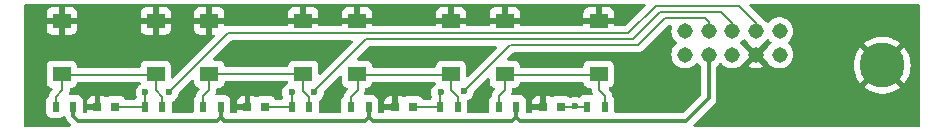
<source format=gbr>
%TF.GenerationSoftware,KiCad,Pcbnew,8.0.1-rc2*%
%TF.CreationDate,2025-04-22T16:56:50+02:00*%
%TF.ProjectId,feather_daughterboard,66656174-6865-4725-9f64-617567687465,1*%
%TF.SameCoordinates,Original*%
%TF.FileFunction,Copper,L1,Top*%
%TF.FilePolarity,Positive*%
%FSLAX46Y46*%
G04 Gerber Fmt 4.6, Leading zero omitted, Abs format (unit mm)*
G04 Created by KiCad (PCBNEW 8.0.1-rc2) date 2025-04-22 16:56:50*
%MOMM*%
%LPD*%
G01*
G04 APERTURE LIST*
%TA.AperFunction,SMDPad,CuDef*%
%ADD10R,0.600000X0.900000*%
%TD*%
%TA.AperFunction,SMDPad,CuDef*%
%ADD11R,1.550000X1.300000*%
%TD*%
%TA.AperFunction,ComponentPad*%
%ADD12C,1.308000*%
%TD*%
%TA.AperFunction,SMDPad,CuDef*%
%ADD13R,0.800000X0.800000*%
%TD*%
%TA.AperFunction,ComponentPad*%
%ADD14C,3.800000*%
%TD*%
%TA.AperFunction,ViaPad*%
%ADD15C,0.600000*%
%TD*%
%TA.AperFunction,Conductor*%
%ADD16C,0.300000*%
%TD*%
%TA.AperFunction,Conductor*%
%ADD17C,0.200000*%
%TD*%
G04 APERTURE END LIST*
D10*
%TO.P,R1_4,1*%
%TO.N,/Board/Button_4*%
X119050000Y-88000000D03*
%TO.P,R1_4,2*%
%TO.N,Net-(R1_4-Pad2)*%
X120550000Y-88000000D03*
%TD*%
%TO.P,R2_1,1*%
%TO.N,/Board/VCC*%
X150524100Y-88000000D03*
%TO.P,R2_1,2*%
%TO.N,Net-(R1_1-Pad2)*%
X149024100Y-88000000D03*
%TD*%
D11*
%TO.P,S4,1,1*%
%TO.N,Net-(R1_4-Pad2)*%
X119975000Y-85250000D03*
%TO.P,S4,2,2*%
%TO.N,/Board/GND*%
X119975000Y-80750000D03*
%TO.P,S4,3,3*%
%TO.N,Net-(R1_4-Pad2)*%
X112025000Y-85250000D03*
%TO.P,S4,4,4*%
%TO.N,/Board/GND*%
X112025000Y-80750000D03*
%TD*%
D10*
%TO.P,R2_2,1*%
%TO.N,/Board/VCC*%
X138000000Y-88000000D03*
%TO.P,R2_2,2*%
%TO.N,Net-(R1_2-Pad2)*%
X136500000Y-88000000D03*
%TD*%
%TO.P,R1_3,1*%
%TO.N,/Board/Button_3*%
X131500000Y-88000000D03*
%TO.P,R1_3,2*%
%TO.N,Net-(R1_3-Pad2)*%
X133000000Y-88000000D03*
%TD*%
D11*
%TO.P,S3,1,1*%
%TO.N,Net-(R1_3-Pad2)*%
X132475000Y-85250000D03*
%TO.P,S3,2,2*%
%TO.N,/Board/GND*%
X132475000Y-80750000D03*
%TO.P,S3,3,3*%
%TO.N,Net-(R1_3-Pad2)*%
X124525000Y-85250000D03*
%TO.P,S3,4,4*%
%TO.N,/Board/GND*%
X124525000Y-80750000D03*
%TD*%
%TO.P,S1,1,1*%
%TO.N,Net-(R1_1-Pad2)*%
X157475000Y-85250000D03*
%TO.P,S1,2,2*%
%TO.N,/Board/GND*%
X157475000Y-80750000D03*
%TO.P,S1,3,3*%
%TO.N,Net-(R1_1-Pad2)*%
X149525000Y-85250000D03*
%TO.P,S1,4,4*%
%TO.N,/Board/GND*%
X149525000Y-80750000D03*
%TD*%
D10*
%TO.P,R1_2,1*%
%TO.N,/Board/Button_2*%
X144050000Y-88000000D03*
%TO.P,R1_2,2*%
%TO.N,Net-(R1_2-Pad2)*%
X145550000Y-88000000D03*
%TD*%
%TO.P,R2_4,1*%
%TO.N,/Board/VCC*%
X113010000Y-88000000D03*
%TO.P,R2_4,2*%
%TO.N,Net-(R1_4-Pad2)*%
X111510000Y-88000000D03*
%TD*%
D12*
%TO.P,J1,1*%
%TO.N,unconnected-(J1-Pad1)*%
X172800000Y-81600000D03*
%TO.P,J1,2*%
%TO.N,unconnected-(J1-Pad2)*%
X172800000Y-83600000D03*
%TO.P,J1,3*%
%TO.N,/Board/Button_4*%
X170800000Y-81600000D03*
%TO.P,J1,4*%
%TO.N,/Board/GND*%
X170800000Y-83600000D03*
%TO.P,J1,5*%
%TO.N,/Board/Button_3*%
X168800000Y-81600000D03*
%TO.P,J1,6*%
%TO.N,/Board/Button_1*%
X168800000Y-83600000D03*
%TO.P,J1,7*%
%TO.N,/Board/Button_2*%
X166800000Y-81600000D03*
%TO.P,J1,8*%
%TO.N,/Board/VCC*%
X166800000Y-83600000D03*
%TO.P,J1,9*%
%TO.N,unconnected-(J1-Pad9)*%
X164800000Y-81600000D03*
%TO.P,J1,10*%
%TO.N,unconnected-(J1-Pad10)*%
X164800000Y-83600000D03*
%TD*%
D13*
%TO.P,C1_2,1*%
%TO.N,/Board/Button_2*%
X141750000Y-88000000D03*
%TO.P,C1_2,2*%
%TO.N,/Board/GND*%
X140250000Y-88000000D03*
%TD*%
D11*
%TO.P,S2,1,1*%
%TO.N,Net-(R1_2-Pad2)*%
X144975000Y-85250000D03*
%TO.P,S2,2,2*%
%TO.N,/Board/GND*%
X144975000Y-80750000D03*
%TO.P,S2,3,3*%
%TO.N,Net-(R1_2-Pad2)*%
X137025000Y-85250000D03*
%TO.P,S2,4,4*%
%TO.N,/Board/GND*%
X137025000Y-80750000D03*
%TD*%
D13*
%TO.P,C1_4,1*%
%TO.N,/Board/Button_4*%
X116550000Y-88000000D03*
%TO.P,C1_4,2*%
%TO.N,/Board/GND*%
X115050000Y-88000000D03*
%TD*%
%TO.P,C1_1,1*%
%TO.N,/Board/Button_1*%
X154274100Y-88000000D03*
%TO.P,C1_1,2*%
%TO.N,/Board/GND*%
X152774100Y-88000000D03*
%TD*%
D10*
%TO.P,R2_3,1*%
%TO.N,/Board/VCC*%
X125500000Y-88000000D03*
%TO.P,R2_3,2*%
%TO.N,Net-(R1_3-Pad2)*%
X124000000Y-88000000D03*
%TD*%
%TO.P,R1_1,1*%
%TO.N,/Board/Button_1*%
X156524100Y-88000000D03*
%TO.P,R1_1,2*%
%TO.N,Net-(R1_1-Pad2)*%
X158024100Y-88000000D03*
%TD*%
D14*
%TO.P,H2,1,1*%
%TO.N,/Board/GND*%
X181500000Y-84500000D03*
%TD*%
D13*
%TO.P,C1_3,1*%
%TO.N,/Board/Button_3*%
X129250000Y-88000000D03*
%TO.P,C1_3,2*%
%TO.N,/Board/GND*%
X127750000Y-88000000D03*
%TD*%
D15*
%TO.N,/Board/GND*%
X134600000Y-88200000D03*
X183900000Y-88800000D03*
X151624100Y-86900000D03*
X175800000Y-82800000D03*
X109900000Y-84400000D03*
X159300000Y-86900000D03*
X184000000Y-79900000D03*
X159300000Y-80300000D03*
X134600000Y-80700000D03*
X139100000Y-86900000D03*
X147500000Y-80300000D03*
X109900000Y-88400000D03*
X109900000Y-80700000D03*
X134600000Y-83400000D03*
X126600000Y-86900000D03*
X114000000Y-86900000D03*
X146600000Y-83300000D03*
X147300000Y-88200000D03*
X164700000Y-86300000D03*
X175800000Y-86800000D03*
X122300000Y-84300000D03*
X122300000Y-88200000D03*
X122300000Y-80700000D03*
%TO.N,/Board/Button_1*%
X155449100Y-87975100D03*
%TO.N,/Board/Button_2*%
X144100000Y-86800000D03*
X146100000Y-86700000D03*
%TO.N,/Board/Button_3*%
X131500000Y-86800000D03*
X133424265Y-86775735D03*
%TO.N,/Board/Button_4*%
X121100000Y-86800000D03*
X119100000Y-86800000D03*
%TD*%
D16*
%TO.N,/Board/Button_1*%
X155477800Y-87977800D02*
X155500000Y-88000000D01*
D17*
X155424200Y-88000000D02*
X156524100Y-88000000D01*
X154274100Y-88000000D02*
X155424200Y-88000000D01*
%TO.N,/Board/Button_2*%
X160800000Y-82800000D02*
X163100000Y-80500000D01*
X141750000Y-88000000D02*
X144050000Y-88000000D01*
X150075900Y-82800000D02*
X160800000Y-82800000D01*
X144050000Y-86850000D02*
X144050000Y-88000000D01*
X163100000Y-80500000D02*
X166450000Y-80500000D01*
X166450000Y-80500000D02*
X166800000Y-80850000D01*
X166800000Y-80850000D02*
X166800000Y-81600000D01*
X144100000Y-86800000D02*
X144050000Y-86850000D01*
X146000000Y-86800000D02*
X150000000Y-82800000D01*
%TO.N,/Board/Button_3*%
X131500000Y-86800000D02*
X131500000Y-88000000D01*
X168800000Y-80925000D02*
X168800000Y-81600000D01*
X137800000Y-82300000D02*
X160400000Y-82300000D01*
X160400000Y-82300000D02*
X162700000Y-80000000D01*
X133424265Y-86775735D02*
X133424265Y-86675735D01*
X167875000Y-80000000D02*
X168800000Y-80925000D01*
X133424265Y-86675735D02*
X137800000Y-82300000D01*
X162700000Y-80000000D02*
X167875000Y-80000000D01*
X129250000Y-88000000D02*
X131500000Y-88000000D01*
%TO.N,/Board/Button_4*%
X169400000Y-79500000D02*
X170800000Y-80900000D01*
X116550000Y-88000000D02*
X119050000Y-88000000D01*
X162300000Y-79500000D02*
X169400000Y-79500000D01*
X119050000Y-86850000D02*
X119050000Y-88000000D01*
X126098800Y-81800000D02*
X160000000Y-81800000D01*
X170800000Y-80900000D02*
X170800000Y-81600000D01*
X160000000Y-81800000D02*
X162300000Y-79500000D01*
X122149900Y-85748900D02*
X126098800Y-81800000D01*
X121100000Y-86800000D02*
X122149900Y-85750100D01*
X119100000Y-86800000D02*
X119050000Y-86850000D01*
D16*
%TO.N,/Board/VCC*%
X113010000Y-88810000D02*
X113400000Y-89200000D01*
X138340000Y-89200000D02*
X150179700Y-89200000D01*
X150179700Y-89200000D02*
X150501900Y-88877800D01*
X164900000Y-89200000D02*
X166800000Y-87300000D01*
X125500000Y-88900000D02*
X125800000Y-89200000D01*
X125500000Y-88900000D02*
X125200000Y-89200000D01*
X150824100Y-89200000D02*
X164900000Y-89200000D01*
X138000000Y-87960000D02*
X138000000Y-88860000D01*
X138000000Y-88860000D02*
X138340000Y-89200000D01*
X166800000Y-87300000D02*
X166800000Y-83600000D01*
X113910000Y-89200000D02*
X125200000Y-89200000D01*
X125500000Y-88000000D02*
X125500000Y-88900000D01*
X113010000Y-88000000D02*
X113010000Y-88810000D01*
X125800000Y-89200000D02*
X137660000Y-89200000D01*
X113400000Y-89200000D02*
X114400000Y-89200000D01*
X150501900Y-88877800D02*
X150824100Y-89200000D01*
X137660000Y-89200000D02*
X138000000Y-88860000D01*
X150524100Y-88000000D02*
X150524100Y-88855600D01*
D17*
%TO.N,Net-(R1_1-Pad2)*%
X158024100Y-87100000D02*
X157499100Y-86575000D01*
X149024100Y-88000000D02*
X149024100Y-87100000D01*
X157499100Y-86575000D02*
X157499100Y-85250000D01*
X158024100Y-88000000D02*
X158024100Y-87100000D01*
X149024100Y-87100000D02*
X149549100Y-86575000D01*
X149549100Y-86575000D02*
X149549100Y-85250000D01*
X157499100Y-85300000D02*
X149549100Y-85300000D01*
%TO.N,Net-(R1_2-Pad2)*%
X144975000Y-85300000D02*
X137025000Y-85300000D01*
X145550000Y-88000000D02*
X145550000Y-87150000D01*
X137075000Y-86625000D02*
X137075000Y-85250000D01*
X145550000Y-87150000D02*
X144975000Y-86575000D01*
X136500000Y-87200000D02*
X137075000Y-86625000D01*
X136500000Y-88000000D02*
X136500000Y-87200000D01*
X144975000Y-86575000D02*
X144975000Y-85250000D01*
%TO.N,Net-(R1_3-Pad2)*%
X133000000Y-87200000D02*
X132475000Y-86675000D01*
X124000000Y-88000000D02*
X124000000Y-87100000D01*
X124000000Y-87100000D02*
X124515000Y-86585000D01*
X124515000Y-86585000D02*
X124515000Y-85250000D01*
X133000000Y-88000000D02*
X133000000Y-87200000D01*
X132475000Y-86675000D02*
X132475000Y-85250000D01*
X132475000Y-85250000D02*
X124525000Y-85250000D01*
X124149900Y-85750100D02*
X124149900Y-85748900D01*
%TO.N,Net-(R1_4-Pad2)*%
X119975000Y-85300000D02*
X112025000Y-85300000D01*
X111510000Y-88000000D02*
X111510000Y-87190000D01*
X120550000Y-87150000D02*
X119975000Y-86575000D01*
X120550000Y-88000000D02*
X120550000Y-87150000D01*
X112085000Y-86615000D02*
X112085000Y-85250000D01*
X119975000Y-86575000D02*
X119975000Y-85250000D01*
X111510000Y-87190000D02*
X112085000Y-86615000D01*
%TD*%
%TA.AperFunction,Conductor*%
%TO.N,/Board/GND*%
G36*
X161417942Y-79320185D02*
G01*
X161463697Y-79372989D01*
X161473641Y-79442147D01*
X161444616Y-79505703D01*
X161438584Y-79512181D01*
X159787584Y-81163181D01*
X159726261Y-81196666D01*
X159699903Y-81199500D01*
X158874000Y-81199500D01*
X158806961Y-81179815D01*
X158761206Y-81127011D01*
X158750000Y-81075500D01*
X158750000Y-81000000D01*
X156200000Y-81000000D01*
X156200000Y-81075500D01*
X156180315Y-81142539D01*
X156127511Y-81188294D01*
X156076000Y-81199500D01*
X150924000Y-81199500D01*
X150856961Y-81179815D01*
X150811206Y-81127011D01*
X150800000Y-81075500D01*
X150800000Y-81000000D01*
X148250000Y-81000000D01*
X148250000Y-81075500D01*
X148230315Y-81142539D01*
X148177511Y-81188294D01*
X148126000Y-81199500D01*
X146374000Y-81199500D01*
X146306961Y-81179815D01*
X146261206Y-81127011D01*
X146250000Y-81075500D01*
X146250000Y-81000000D01*
X143700000Y-81000000D01*
X143700000Y-81075500D01*
X143680315Y-81142539D01*
X143627511Y-81188294D01*
X143576000Y-81199500D01*
X138424000Y-81199500D01*
X138356961Y-81179815D01*
X138311206Y-81127011D01*
X138300000Y-81075500D01*
X138300000Y-81000000D01*
X135750000Y-81000000D01*
X135750000Y-81075500D01*
X135730315Y-81142539D01*
X135677511Y-81188294D01*
X135626000Y-81199500D01*
X133874000Y-81199500D01*
X133806961Y-81179815D01*
X133761206Y-81127011D01*
X133750000Y-81075500D01*
X133750000Y-81000000D01*
X131200000Y-81000000D01*
X131200000Y-81075500D01*
X131180315Y-81142539D01*
X131127511Y-81188294D01*
X131076000Y-81199500D01*
X126185469Y-81199500D01*
X126185453Y-81199499D01*
X126177857Y-81199499D01*
X126019743Y-81199499D01*
X125956093Y-81216554D01*
X125886243Y-81214891D01*
X125828381Y-81175728D01*
X125800877Y-81111500D01*
X125800000Y-81096779D01*
X125800000Y-81000000D01*
X124775000Y-81000000D01*
X124775000Y-81900000D01*
X124850202Y-81900000D01*
X124917241Y-81919685D01*
X124962996Y-81972489D01*
X124972940Y-82041647D01*
X124943915Y-82105203D01*
X124937883Y-82111681D01*
X121668240Y-85381323D01*
X121659677Y-85391086D01*
X121462180Y-85588584D01*
X121400857Y-85622069D01*
X121331166Y-85617085D01*
X121275232Y-85575214D01*
X121250815Y-85509749D01*
X121250499Y-85500903D01*
X121250499Y-84552129D01*
X121250498Y-84552123D01*
X121250497Y-84552116D01*
X121244091Y-84492517D01*
X121202540Y-84381114D01*
X121193797Y-84357671D01*
X121193793Y-84357664D01*
X121107547Y-84242455D01*
X121107544Y-84242452D01*
X120992335Y-84156206D01*
X120992328Y-84156202D01*
X120857482Y-84105908D01*
X120857483Y-84105908D01*
X120797883Y-84099501D01*
X120797881Y-84099500D01*
X120797873Y-84099500D01*
X120797864Y-84099500D01*
X119152129Y-84099500D01*
X119152123Y-84099501D01*
X119092516Y-84105908D01*
X118957671Y-84156202D01*
X118957664Y-84156206D01*
X118842455Y-84242452D01*
X118842452Y-84242455D01*
X118756206Y-84357664D01*
X118756202Y-84357671D01*
X118705908Y-84492517D01*
X118699501Y-84552116D01*
X118699501Y-84552123D01*
X118699500Y-84552135D01*
X118699500Y-84575500D01*
X118679815Y-84642539D01*
X118627011Y-84688294D01*
X118575500Y-84699500D01*
X113424499Y-84699500D01*
X113357460Y-84679815D01*
X113311705Y-84627011D01*
X113300499Y-84575500D01*
X113300499Y-84552129D01*
X113300498Y-84552123D01*
X113300497Y-84552116D01*
X113294091Y-84492517D01*
X113252540Y-84381114D01*
X113243797Y-84357671D01*
X113243793Y-84357664D01*
X113157547Y-84242455D01*
X113157544Y-84242452D01*
X113042335Y-84156206D01*
X113042328Y-84156202D01*
X112907482Y-84105908D01*
X112907483Y-84105908D01*
X112847883Y-84099501D01*
X112847881Y-84099500D01*
X112847873Y-84099500D01*
X112847864Y-84099500D01*
X111202129Y-84099500D01*
X111202123Y-84099501D01*
X111142516Y-84105908D01*
X111007671Y-84156202D01*
X111007664Y-84156206D01*
X110892455Y-84242452D01*
X110892452Y-84242455D01*
X110806206Y-84357664D01*
X110806202Y-84357671D01*
X110755908Y-84492517D01*
X110749501Y-84552116D01*
X110749501Y-84552123D01*
X110749500Y-84552135D01*
X110749500Y-85947870D01*
X110749501Y-85947876D01*
X110755908Y-86007483D01*
X110806202Y-86142328D01*
X110806206Y-86142335D01*
X110892452Y-86257544D01*
X110892455Y-86257547D01*
X111007664Y-86343793D01*
X111007671Y-86343797D01*
X111142514Y-86394090D01*
X111142517Y-86394091D01*
X111168484Y-86396882D01*
X111233032Y-86423617D01*
X111272882Y-86481008D01*
X111275378Y-86550834D01*
X111242911Y-86607852D01*
X111141285Y-86709478D01*
X111141284Y-86709479D01*
X111134218Y-86716546D01*
X111134217Y-86716546D01*
X111134214Y-86716548D01*
X111134215Y-86716549D01*
X111029478Y-86821286D01*
X110996571Y-86878284D01*
X110984035Y-86899999D01*
X110980118Y-86906783D01*
X110980116Y-86906785D01*
X110950425Y-86958209D01*
X110950423Y-86958213D01*
X110950423Y-86958215D01*
X110912565Y-87099500D01*
X110907599Y-87118034D01*
X110871233Y-87177694D01*
X110862138Y-87185204D01*
X110852456Y-87192451D01*
X110852451Y-87192457D01*
X110766206Y-87307664D01*
X110766202Y-87307671D01*
X110715908Y-87442517D01*
X110711730Y-87481382D01*
X110709501Y-87502123D01*
X110709500Y-87502135D01*
X110709500Y-88497870D01*
X110709501Y-88497876D01*
X110715908Y-88557483D01*
X110766202Y-88692328D01*
X110766206Y-88692335D01*
X110852452Y-88807544D01*
X110852455Y-88807547D01*
X110967664Y-88893793D01*
X110967671Y-88893797D01*
X111012618Y-88910561D01*
X111102517Y-88944091D01*
X111162127Y-88950500D01*
X111857872Y-88950499D01*
X111917483Y-88944091D01*
X112052331Y-88893796D01*
X112165569Y-88809025D01*
X112231030Y-88784609D01*
X112299303Y-88799460D01*
X112348709Y-88848865D01*
X112361495Y-88884101D01*
X112377402Y-88964067D01*
X112384498Y-88999739D01*
X112384500Y-88999746D01*
X112433534Y-89118125D01*
X112504726Y-89224673D01*
X112504727Y-89224674D01*
X112767873Y-89487819D01*
X112801358Y-89549142D01*
X112796374Y-89618833D01*
X112754503Y-89674767D01*
X112689038Y-89699184D01*
X112680192Y-89699500D01*
X108924500Y-89699500D01*
X108857461Y-89679815D01*
X108811706Y-89627011D01*
X108800500Y-89575500D01*
X108800500Y-81000000D01*
X110750000Y-81000000D01*
X110750000Y-81447844D01*
X110756401Y-81507372D01*
X110756403Y-81507379D01*
X110806645Y-81642086D01*
X110806649Y-81642093D01*
X110892809Y-81757187D01*
X110892812Y-81757190D01*
X111007906Y-81843350D01*
X111007913Y-81843354D01*
X111142620Y-81893596D01*
X111142627Y-81893598D01*
X111202155Y-81899999D01*
X111202172Y-81900000D01*
X111775000Y-81900000D01*
X111775000Y-81000000D01*
X112275000Y-81000000D01*
X112275000Y-81900000D01*
X112847828Y-81900000D01*
X112847844Y-81899999D01*
X112907372Y-81893598D01*
X112907379Y-81893596D01*
X113042086Y-81843354D01*
X113042093Y-81843350D01*
X113157187Y-81757190D01*
X113157190Y-81757187D01*
X113243350Y-81642093D01*
X113243354Y-81642086D01*
X113293596Y-81507379D01*
X113293598Y-81507372D01*
X113299999Y-81447844D01*
X113300000Y-81447827D01*
X113300000Y-81000000D01*
X118700000Y-81000000D01*
X118700000Y-81447844D01*
X118706401Y-81507372D01*
X118706403Y-81507379D01*
X118756645Y-81642086D01*
X118756649Y-81642093D01*
X118842809Y-81757187D01*
X118842812Y-81757190D01*
X118957906Y-81843350D01*
X118957913Y-81843354D01*
X119092620Y-81893596D01*
X119092627Y-81893598D01*
X119152155Y-81899999D01*
X119152172Y-81900000D01*
X119725000Y-81900000D01*
X119725000Y-81000000D01*
X120225000Y-81000000D01*
X120225000Y-81900000D01*
X120797828Y-81900000D01*
X120797844Y-81899999D01*
X120857372Y-81893598D01*
X120857379Y-81893596D01*
X120992086Y-81843354D01*
X120992093Y-81843350D01*
X121107187Y-81757190D01*
X121107190Y-81757187D01*
X121193350Y-81642093D01*
X121193354Y-81642086D01*
X121243596Y-81507379D01*
X121243598Y-81507372D01*
X121249999Y-81447844D01*
X121250000Y-81447827D01*
X121250000Y-81000000D01*
X123250000Y-81000000D01*
X123250000Y-81447844D01*
X123256401Y-81507372D01*
X123256403Y-81507379D01*
X123306645Y-81642086D01*
X123306649Y-81642093D01*
X123392809Y-81757187D01*
X123392812Y-81757190D01*
X123507906Y-81843350D01*
X123507913Y-81843354D01*
X123642620Y-81893596D01*
X123642627Y-81893598D01*
X123702155Y-81899999D01*
X123702172Y-81900000D01*
X124275000Y-81900000D01*
X124275000Y-81000000D01*
X123250000Y-81000000D01*
X121250000Y-81000000D01*
X120225000Y-81000000D01*
X119725000Y-81000000D01*
X118700000Y-81000000D01*
X113300000Y-81000000D01*
X112275000Y-81000000D01*
X111775000Y-81000000D01*
X110750000Y-81000000D01*
X108800500Y-81000000D01*
X108800500Y-80500000D01*
X110750000Y-80500000D01*
X111775000Y-80500000D01*
X111775000Y-79600000D01*
X112275000Y-79600000D01*
X112275000Y-80500000D01*
X113300000Y-80500000D01*
X118700000Y-80500000D01*
X119725000Y-80500000D01*
X119725000Y-79600000D01*
X120225000Y-79600000D01*
X120225000Y-80500000D01*
X121250000Y-80500000D01*
X123250000Y-80500000D01*
X124275000Y-80500000D01*
X124275000Y-79600000D01*
X124775000Y-79600000D01*
X124775000Y-80500000D01*
X125800000Y-80500000D01*
X131200000Y-80500000D01*
X132225000Y-80500000D01*
X132225000Y-79600000D01*
X132725000Y-79600000D01*
X132725000Y-80500000D01*
X133750000Y-80500000D01*
X135750000Y-80500000D01*
X136775000Y-80500000D01*
X136775000Y-79600000D01*
X137275000Y-79600000D01*
X137275000Y-80500000D01*
X138300000Y-80500000D01*
X143700000Y-80500000D01*
X144725000Y-80500000D01*
X144725000Y-79600000D01*
X145225000Y-79600000D01*
X145225000Y-80500000D01*
X146250000Y-80500000D01*
X148250000Y-80500000D01*
X149275000Y-80500000D01*
X149275000Y-79600000D01*
X149775000Y-79600000D01*
X149775000Y-80500000D01*
X150800000Y-80500000D01*
X156200000Y-80500000D01*
X157225000Y-80500000D01*
X157225000Y-79600000D01*
X157725000Y-79600000D01*
X157725000Y-80500000D01*
X158750000Y-80500000D01*
X158750000Y-80052172D01*
X158749999Y-80052155D01*
X158743598Y-79992627D01*
X158743596Y-79992620D01*
X158693354Y-79857913D01*
X158693350Y-79857906D01*
X158607190Y-79742812D01*
X158607187Y-79742809D01*
X158492093Y-79656649D01*
X158492086Y-79656645D01*
X158357379Y-79606403D01*
X158357372Y-79606401D01*
X158297844Y-79600000D01*
X157725000Y-79600000D01*
X157225000Y-79600000D01*
X156652155Y-79600000D01*
X156592627Y-79606401D01*
X156592620Y-79606403D01*
X156457913Y-79656645D01*
X156457906Y-79656649D01*
X156342812Y-79742809D01*
X156342809Y-79742812D01*
X156256649Y-79857906D01*
X156256645Y-79857913D01*
X156206403Y-79992620D01*
X156206401Y-79992627D01*
X156200000Y-80052155D01*
X156200000Y-80500000D01*
X150800000Y-80500000D01*
X150800000Y-80052172D01*
X150799999Y-80052155D01*
X150793598Y-79992627D01*
X150793596Y-79992620D01*
X150743354Y-79857913D01*
X150743350Y-79857906D01*
X150657190Y-79742812D01*
X150657187Y-79742809D01*
X150542093Y-79656649D01*
X150542086Y-79656645D01*
X150407379Y-79606403D01*
X150407372Y-79606401D01*
X150347844Y-79600000D01*
X149775000Y-79600000D01*
X149275000Y-79600000D01*
X148702155Y-79600000D01*
X148642627Y-79606401D01*
X148642620Y-79606403D01*
X148507913Y-79656645D01*
X148507906Y-79656649D01*
X148392812Y-79742809D01*
X148392809Y-79742812D01*
X148306649Y-79857906D01*
X148306645Y-79857913D01*
X148256403Y-79992620D01*
X148256401Y-79992627D01*
X148250000Y-80052155D01*
X148250000Y-80500000D01*
X146250000Y-80500000D01*
X146250000Y-80052172D01*
X146249999Y-80052155D01*
X146243598Y-79992627D01*
X146243596Y-79992620D01*
X146193354Y-79857913D01*
X146193350Y-79857906D01*
X146107190Y-79742812D01*
X146107187Y-79742809D01*
X145992093Y-79656649D01*
X145992086Y-79656645D01*
X145857379Y-79606403D01*
X145857372Y-79606401D01*
X145797844Y-79600000D01*
X145225000Y-79600000D01*
X144725000Y-79600000D01*
X144152155Y-79600000D01*
X144092627Y-79606401D01*
X144092620Y-79606403D01*
X143957913Y-79656645D01*
X143957906Y-79656649D01*
X143842812Y-79742809D01*
X143842809Y-79742812D01*
X143756649Y-79857906D01*
X143756645Y-79857913D01*
X143706403Y-79992620D01*
X143706401Y-79992627D01*
X143700000Y-80052155D01*
X143700000Y-80500000D01*
X138300000Y-80500000D01*
X138300000Y-80052172D01*
X138299999Y-80052155D01*
X138293598Y-79992627D01*
X138293596Y-79992620D01*
X138243354Y-79857913D01*
X138243350Y-79857906D01*
X138157190Y-79742812D01*
X138157187Y-79742809D01*
X138042093Y-79656649D01*
X138042086Y-79656645D01*
X137907379Y-79606403D01*
X137907372Y-79606401D01*
X137847844Y-79600000D01*
X137275000Y-79600000D01*
X136775000Y-79600000D01*
X136202155Y-79600000D01*
X136142627Y-79606401D01*
X136142620Y-79606403D01*
X136007913Y-79656645D01*
X136007906Y-79656649D01*
X135892812Y-79742809D01*
X135892809Y-79742812D01*
X135806649Y-79857906D01*
X135806645Y-79857913D01*
X135756403Y-79992620D01*
X135756401Y-79992627D01*
X135750000Y-80052155D01*
X135750000Y-80500000D01*
X133750000Y-80500000D01*
X133750000Y-80052172D01*
X133749999Y-80052155D01*
X133743598Y-79992627D01*
X133743596Y-79992620D01*
X133693354Y-79857913D01*
X133693350Y-79857906D01*
X133607190Y-79742812D01*
X133607187Y-79742809D01*
X133492093Y-79656649D01*
X133492086Y-79656645D01*
X133357379Y-79606403D01*
X133357372Y-79606401D01*
X133297844Y-79600000D01*
X132725000Y-79600000D01*
X132225000Y-79600000D01*
X131652155Y-79600000D01*
X131592627Y-79606401D01*
X131592620Y-79606403D01*
X131457913Y-79656645D01*
X131457906Y-79656649D01*
X131342812Y-79742809D01*
X131342809Y-79742812D01*
X131256649Y-79857906D01*
X131256645Y-79857913D01*
X131206403Y-79992620D01*
X131206401Y-79992627D01*
X131200000Y-80052155D01*
X131200000Y-80500000D01*
X125800000Y-80500000D01*
X125800000Y-80052172D01*
X125799999Y-80052155D01*
X125793598Y-79992627D01*
X125793596Y-79992620D01*
X125743354Y-79857913D01*
X125743350Y-79857906D01*
X125657190Y-79742812D01*
X125657187Y-79742809D01*
X125542093Y-79656649D01*
X125542086Y-79656645D01*
X125407379Y-79606403D01*
X125407372Y-79606401D01*
X125347844Y-79600000D01*
X124775000Y-79600000D01*
X124275000Y-79600000D01*
X123702155Y-79600000D01*
X123642627Y-79606401D01*
X123642620Y-79606403D01*
X123507913Y-79656645D01*
X123507906Y-79656649D01*
X123392812Y-79742809D01*
X123392809Y-79742812D01*
X123306649Y-79857906D01*
X123306645Y-79857913D01*
X123256403Y-79992620D01*
X123256401Y-79992627D01*
X123250000Y-80052155D01*
X123250000Y-80500000D01*
X121250000Y-80500000D01*
X121250000Y-80052172D01*
X121249999Y-80052155D01*
X121243598Y-79992627D01*
X121243596Y-79992620D01*
X121193354Y-79857913D01*
X121193350Y-79857906D01*
X121107190Y-79742812D01*
X121107187Y-79742809D01*
X120992093Y-79656649D01*
X120992086Y-79656645D01*
X120857379Y-79606403D01*
X120857372Y-79606401D01*
X120797844Y-79600000D01*
X120225000Y-79600000D01*
X119725000Y-79600000D01*
X119152155Y-79600000D01*
X119092627Y-79606401D01*
X119092620Y-79606403D01*
X118957913Y-79656645D01*
X118957906Y-79656649D01*
X118842812Y-79742809D01*
X118842809Y-79742812D01*
X118756649Y-79857906D01*
X118756645Y-79857913D01*
X118706403Y-79992620D01*
X118706401Y-79992627D01*
X118700000Y-80052155D01*
X118700000Y-80500000D01*
X113300000Y-80500000D01*
X113300000Y-80052172D01*
X113299999Y-80052155D01*
X113293598Y-79992627D01*
X113293596Y-79992620D01*
X113243354Y-79857913D01*
X113243350Y-79857906D01*
X113157190Y-79742812D01*
X113157187Y-79742809D01*
X113042093Y-79656649D01*
X113042086Y-79656645D01*
X112907379Y-79606403D01*
X112907372Y-79606401D01*
X112847844Y-79600000D01*
X112275000Y-79600000D01*
X111775000Y-79600000D01*
X111202155Y-79600000D01*
X111142627Y-79606401D01*
X111142620Y-79606403D01*
X111007913Y-79656645D01*
X111007906Y-79656649D01*
X110892812Y-79742809D01*
X110892809Y-79742812D01*
X110806649Y-79857906D01*
X110806645Y-79857913D01*
X110756403Y-79992620D01*
X110756401Y-79992627D01*
X110750000Y-80052155D01*
X110750000Y-80500000D01*
X108800500Y-80500000D01*
X108800500Y-79424500D01*
X108820185Y-79357461D01*
X108872989Y-79311706D01*
X108924500Y-79300500D01*
X161350903Y-79300500D01*
X161417942Y-79320185D01*
G37*
%TD.AperFunction*%
%TA.AperFunction,Conductor*%
G36*
X184642539Y-79320185D02*
G01*
X184688294Y-79372989D01*
X184699500Y-79424500D01*
X184699500Y-89575500D01*
X184679815Y-89642539D01*
X184627011Y-89688294D01*
X184575500Y-89699500D01*
X165619808Y-89699500D01*
X165552769Y-89679815D01*
X165507014Y-89627011D01*
X165497070Y-89557853D01*
X165526095Y-89494297D01*
X165532127Y-89487819D01*
X167305273Y-87714673D01*
X167305277Y-87714669D01*
X167376465Y-87608127D01*
X167387901Y-87580519D01*
X167425501Y-87489744D01*
X167434895Y-87442517D01*
X167450500Y-87364071D01*
X167450500Y-84623418D01*
X167470185Y-84556379D01*
X167494967Y-84529649D01*
X167494485Y-84529121D01*
X167656839Y-84381116D01*
X167656842Y-84381113D01*
X167701046Y-84322576D01*
X167757155Y-84280941D01*
X167826867Y-84276250D01*
X167888049Y-84309992D01*
X167898952Y-84322575D01*
X167943159Y-84381114D01*
X168101278Y-84525258D01*
X168101283Y-84525261D01*
X168101286Y-84525263D01*
X168283186Y-84637891D01*
X168283187Y-84637891D01*
X168283190Y-84637893D01*
X168482703Y-84715185D01*
X168693020Y-84754500D01*
X168693022Y-84754500D01*
X168906978Y-84754500D01*
X168906980Y-84754500D01*
X169117297Y-84715185D01*
X169316810Y-84637893D01*
X169498722Y-84525258D01*
X169656841Y-84381114D01*
X169738507Y-84272970D01*
X169794613Y-84231336D01*
X169818521Y-84227924D01*
X170400000Y-83646445D01*
X170400000Y-83652661D01*
X170427259Y-83754394D01*
X170479920Y-83845606D01*
X170554394Y-83920080D01*
X170645606Y-83972741D01*
X170747339Y-84000000D01*
X170753553Y-84000000D01*
X170180086Y-84573465D01*
X170283413Y-84637443D01*
X170283414Y-84637444D01*
X170482837Y-84714700D01*
X170693068Y-84754000D01*
X170906932Y-84754000D01*
X171117162Y-84714700D01*
X171316585Y-84637444D01*
X171316589Y-84637442D01*
X171419911Y-84573466D01*
X171419911Y-84573465D01*
X170846448Y-84000000D01*
X170852661Y-84000000D01*
X170954394Y-83972741D01*
X171045606Y-83920080D01*
X171120080Y-83845606D01*
X171172741Y-83754394D01*
X171200000Y-83652661D01*
X171200000Y-83646446D01*
X171784194Y-84230640D01*
X171822197Y-84238992D01*
X171861493Y-84272971D01*
X171943159Y-84381114D01*
X172101278Y-84525258D01*
X172101283Y-84525261D01*
X172101286Y-84525263D01*
X172283186Y-84637891D01*
X172283187Y-84637891D01*
X172283190Y-84637893D01*
X172482703Y-84715185D01*
X172693020Y-84754500D01*
X172693022Y-84754500D01*
X172906978Y-84754500D01*
X172906980Y-84754500D01*
X173117297Y-84715185D01*
X173316810Y-84637893D01*
X173498722Y-84525258D01*
X173526423Y-84500005D01*
X179095255Y-84500005D01*
X179114215Y-84801383D01*
X179114216Y-84801390D01*
X179170805Y-85098040D01*
X179264125Y-85385247D01*
X179264127Y-85385252D01*
X179392704Y-85658491D01*
X179392707Y-85658497D01*
X179554516Y-85913469D01*
X179635311Y-86011133D01*
X180563708Y-85082736D01*
X180660967Y-85216602D01*
X180783398Y-85339033D01*
X180917262Y-85436290D01*
X179986564Y-86366987D01*
X179986565Y-86366989D01*
X180211461Y-86530385D01*
X180211479Y-86530397D01*
X180476109Y-86675878D01*
X180476117Y-86675882D01*
X180756889Y-86787047D01*
X180756892Y-86787048D01*
X181049399Y-86862150D01*
X181348995Y-86899999D01*
X181349007Y-86900000D01*
X181650993Y-86900000D01*
X181651004Y-86899999D01*
X181950600Y-86862150D01*
X182243107Y-86787048D01*
X182243110Y-86787047D01*
X182523882Y-86675882D01*
X182523890Y-86675878D01*
X182788520Y-86530397D01*
X182788530Y-86530390D01*
X183013433Y-86366987D01*
X183013434Y-86366987D01*
X182082737Y-85436290D01*
X182216602Y-85339033D01*
X182339033Y-85216602D01*
X182436290Y-85082737D01*
X183364687Y-86011134D01*
X183445486Y-85913464D01*
X183607292Y-85658497D01*
X183607295Y-85658491D01*
X183735872Y-85385252D01*
X183735874Y-85385247D01*
X183829194Y-85098040D01*
X183885783Y-84801390D01*
X183885784Y-84801383D01*
X183904745Y-84500005D01*
X183904745Y-84499994D01*
X183885784Y-84198616D01*
X183885783Y-84198609D01*
X183829194Y-83901959D01*
X183735874Y-83614752D01*
X183735872Y-83614747D01*
X183607295Y-83341508D01*
X183607292Y-83341502D01*
X183445483Y-83086530D01*
X183364686Y-82988864D01*
X182436289Y-83917261D01*
X182339033Y-83783398D01*
X182216602Y-83660967D01*
X182082736Y-83563709D01*
X183013434Y-82633011D01*
X183013433Y-82633009D01*
X182788538Y-82469614D01*
X182788520Y-82469602D01*
X182523890Y-82324121D01*
X182523882Y-82324117D01*
X182243110Y-82212952D01*
X182243107Y-82212951D01*
X181950600Y-82137849D01*
X181651004Y-82100000D01*
X181348995Y-82100000D01*
X181049399Y-82137849D01*
X180756892Y-82212951D01*
X180756889Y-82212952D01*
X180476117Y-82324117D01*
X180476109Y-82324121D01*
X180211476Y-82469604D01*
X180211471Y-82469607D01*
X179986565Y-82633010D01*
X179986564Y-82633011D01*
X180917262Y-83563709D01*
X180783398Y-83660967D01*
X180660967Y-83783398D01*
X180563709Y-83917262D01*
X179635311Y-82988864D01*
X179554520Y-83086525D01*
X179554518Y-83086528D01*
X179392707Y-83341502D01*
X179392704Y-83341508D01*
X179264127Y-83614747D01*
X179264125Y-83614752D01*
X179170805Y-83901959D01*
X179114216Y-84198609D01*
X179114215Y-84198616D01*
X179095255Y-84499994D01*
X179095255Y-84500005D01*
X173526423Y-84500005D01*
X173656841Y-84381114D01*
X173785781Y-84210370D01*
X173881151Y-84018840D01*
X173881151Y-84018837D01*
X173881153Y-84018835D01*
X173939703Y-83813050D01*
X173939704Y-83813047D01*
X173942452Y-83783398D01*
X173959446Y-83600000D01*
X173939704Y-83386952D01*
X173926772Y-83341502D01*
X173881153Y-83181164D01*
X173881150Y-83181158D01*
X173834030Y-83086528D01*
X173785781Y-82989630D01*
X173656841Y-82818886D01*
X173517251Y-82691633D01*
X173480973Y-82631927D01*
X173482733Y-82562079D01*
X173517251Y-82508366D01*
X173656841Y-82381114D01*
X173785781Y-82210370D01*
X173881151Y-82018840D01*
X173881151Y-82018837D01*
X173881153Y-82018835D01*
X173939703Y-81813050D01*
X173939704Y-81813047D01*
X173959446Y-81600000D01*
X173959446Y-81599999D01*
X173939704Y-81386952D01*
X173939703Y-81386949D01*
X173881153Y-81181164D01*
X173881150Y-81181158D01*
X173850789Y-81120185D01*
X173785781Y-80989630D01*
X173656841Y-80818886D01*
X173498722Y-80674742D01*
X173498716Y-80674738D01*
X173498713Y-80674736D01*
X173316813Y-80562108D01*
X173316807Y-80562106D01*
X173309156Y-80559142D01*
X173117297Y-80484815D01*
X172906980Y-80445500D01*
X172693020Y-80445500D01*
X172482703Y-80484815D01*
X172362753Y-80531284D01*
X172283192Y-80562106D01*
X172283186Y-80562108D01*
X172101286Y-80674736D01*
X172101283Y-80674738D01*
X172101279Y-80674740D01*
X172101278Y-80674742D01*
X172037396Y-80732977D01*
X171943157Y-80818887D01*
X171898954Y-80877422D01*
X171842844Y-80919058D01*
X171773132Y-80923749D01*
X171711951Y-80890007D01*
X171701046Y-80877422D01*
X171656842Y-80818887D01*
X171656841Y-80818886D01*
X171498722Y-80674742D01*
X171498716Y-80674738D01*
X171498713Y-80674736D01*
X171375368Y-80598365D01*
X171316810Y-80562107D01*
X171316809Y-80562106D01*
X171312021Y-80559142D01*
X171286889Y-80536407D01*
X171286267Y-80537030D01*
X171164397Y-80415160D01*
X171164374Y-80415139D01*
X170261416Y-79512181D01*
X170227931Y-79450858D01*
X170232915Y-79381166D01*
X170274787Y-79325233D01*
X170340251Y-79300816D01*
X170349097Y-79300500D01*
X184575500Y-79300500D01*
X184642539Y-79320185D01*
G37*
%TD.AperFunction*%
%TA.AperFunction,Conductor*%
G36*
X118650062Y-85920185D02*
G01*
X118695817Y-85972989D01*
X118703271Y-86000154D01*
X118704129Y-85999952D01*
X118705006Y-86003666D01*
X118704879Y-86006015D01*
X118706311Y-86011231D01*
X118706736Y-86015180D01*
X118704373Y-86015434D01*
X118701255Y-86073435D01*
X118660379Y-86130100D01*
X118650299Y-86137155D01*
X118597744Y-86170178D01*
X118597739Y-86170182D01*
X118470184Y-86297737D01*
X118374211Y-86450476D01*
X118314631Y-86620745D01*
X118314630Y-86620750D01*
X118294435Y-86799996D01*
X118294435Y-86800003D01*
X118314630Y-86979249D01*
X118314632Y-86979257D01*
X118368435Y-87133017D01*
X118371996Y-87202795D01*
X118350661Y-87248281D01*
X118306205Y-87307666D01*
X118306204Y-87307669D01*
X118302039Y-87318834D01*
X118260171Y-87374766D01*
X118194707Y-87399184D01*
X118185859Y-87399500D01*
X117487180Y-87399500D01*
X117420141Y-87379815D01*
X117387913Y-87349811D01*
X117368817Y-87324302D01*
X117307546Y-87242454D01*
X117258722Y-87205904D01*
X117192335Y-87156206D01*
X117192328Y-87156202D01*
X117057482Y-87105908D01*
X117057483Y-87105908D01*
X116997883Y-87099501D01*
X116997881Y-87099500D01*
X116997873Y-87099500D01*
X116997864Y-87099500D01*
X116102129Y-87099500D01*
X116102123Y-87099501D01*
X116042516Y-87105908D01*
X115907671Y-87156202D01*
X115907665Y-87156205D01*
X115873892Y-87181488D01*
X115808428Y-87205904D01*
X115740155Y-87191052D01*
X115725273Y-87181488D01*
X115692088Y-87156646D01*
X115692086Y-87156645D01*
X115557379Y-87106403D01*
X115557372Y-87106401D01*
X115497844Y-87100000D01*
X115300000Y-87100000D01*
X115300000Y-88126000D01*
X115280315Y-88193039D01*
X115227511Y-88238794D01*
X115176000Y-88250000D01*
X114150000Y-88250000D01*
X114150000Y-88425500D01*
X114130315Y-88492539D01*
X114077511Y-88538294D01*
X114026000Y-88549500D01*
X113934500Y-88549500D01*
X113867461Y-88529815D01*
X113821706Y-88477011D01*
X113810500Y-88425500D01*
X113810499Y-87750000D01*
X114150000Y-87750000D01*
X114800000Y-87750000D01*
X114800000Y-87100000D01*
X114602155Y-87100000D01*
X114542627Y-87106401D01*
X114542620Y-87106403D01*
X114407913Y-87156645D01*
X114407906Y-87156649D01*
X114292812Y-87242809D01*
X114292809Y-87242812D01*
X114206649Y-87357906D01*
X114206645Y-87357913D01*
X114156403Y-87492620D01*
X114156401Y-87492627D01*
X114150000Y-87552155D01*
X114150000Y-87750000D01*
X113810499Y-87750000D01*
X113810499Y-87502129D01*
X113810498Y-87502123D01*
X113810497Y-87502116D01*
X113804091Y-87442517D01*
X113801521Y-87435627D01*
X113753797Y-87307671D01*
X113753793Y-87307664D01*
X113667547Y-87192455D01*
X113667544Y-87192452D01*
X113552335Y-87106206D01*
X113552328Y-87106202D01*
X113417486Y-87055910D01*
X113417485Y-87055909D01*
X113417483Y-87055909D01*
X113357873Y-87049500D01*
X113357864Y-87049500D01*
X112742313Y-87049500D01*
X112675274Y-87029815D01*
X112629519Y-86977011D01*
X112619575Y-86907853D01*
X112634928Y-86863497D01*
X112644577Y-86846785D01*
X112685501Y-86694057D01*
X112685501Y-86535942D01*
X112685501Y-86528347D01*
X112685500Y-86528329D01*
X112685500Y-86524499D01*
X112705185Y-86457460D01*
X112757989Y-86411705D01*
X112809500Y-86400499D01*
X112847871Y-86400499D01*
X112847872Y-86400499D01*
X112907483Y-86394091D01*
X113042331Y-86343796D01*
X113157546Y-86257546D01*
X113243796Y-86142331D01*
X113294091Y-86007483D01*
X113294091Y-86007481D01*
X113295874Y-85999938D01*
X113298146Y-86000474D01*
X113320429Y-85946688D01*
X113377823Y-85906843D01*
X113416976Y-85900500D01*
X118583023Y-85900500D01*
X118650062Y-85920185D01*
G37*
%TD.AperFunction*%
%TA.AperFunction,Conductor*%
G36*
X123168834Y-85681713D02*
G01*
X123224767Y-85723585D01*
X123249184Y-85789049D01*
X123249500Y-85797894D01*
X123249500Y-85947869D01*
X123249501Y-85947876D01*
X123255908Y-86007483D01*
X123306202Y-86142328D01*
X123306206Y-86142335D01*
X123392452Y-86257544D01*
X123392455Y-86257547D01*
X123507664Y-86343793D01*
X123507673Y-86343798D01*
X123569847Y-86366987D01*
X123617712Y-86384839D01*
X123673646Y-86426709D01*
X123698064Y-86492173D01*
X123683213Y-86560446D01*
X123662063Y-86588701D01*
X123631286Y-86619478D01*
X123519481Y-86731282D01*
X123519479Y-86731285D01*
X123497685Y-86769034D01*
X123475892Y-86806783D01*
X123475891Y-86806784D01*
X123475889Y-86806786D01*
X123440425Y-86868209D01*
X123440423Y-86868212D01*
X123424120Y-86929056D01*
X123399499Y-87020943D01*
X123399499Y-87020945D01*
X123399499Y-87087680D01*
X123379814Y-87154719D01*
X123349811Y-87186946D01*
X123342457Y-87192450D01*
X123342451Y-87192457D01*
X123256206Y-87307664D01*
X123256202Y-87307671D01*
X123205908Y-87442517D01*
X123201730Y-87481382D01*
X123199501Y-87502123D01*
X123199500Y-87502135D01*
X123199501Y-88425500D01*
X123179817Y-88492539D01*
X123127013Y-88538294D01*
X123075501Y-88549500D01*
X121474500Y-88549500D01*
X121407461Y-88529815D01*
X121361706Y-88477011D01*
X121350500Y-88425500D01*
X121350499Y-87648421D01*
X121370183Y-87581382D01*
X121422987Y-87535627D01*
X121433547Y-87531379D01*
X121449519Y-87525790D01*
X121449522Y-87525789D01*
X121487167Y-87502135D01*
X121602262Y-87429816D01*
X121729816Y-87302262D01*
X121825789Y-87149522D01*
X121885368Y-86979255D01*
X121895161Y-86892329D01*
X121922226Y-86827918D01*
X121930690Y-86818543D01*
X122630419Y-86118816D01*
X122630420Y-86118813D01*
X122631564Y-86117670D01*
X122640120Y-86107913D01*
X123037821Y-85710212D01*
X123099142Y-85676729D01*
X123168834Y-85681713D01*
G37*
%TD.AperFunction*%
%TA.AperFunction,Conductor*%
G36*
X131143138Y-85870185D02*
G01*
X131188893Y-85922989D01*
X131198837Y-85992147D01*
X131169812Y-86055703D01*
X131142073Y-86079492D01*
X131079490Y-86118816D01*
X130997737Y-86170184D01*
X130870184Y-86297737D01*
X130774211Y-86450476D01*
X130714631Y-86620745D01*
X130714630Y-86620750D01*
X130694435Y-86799996D01*
X130694435Y-86800003D01*
X130714630Y-86979249D01*
X130714633Y-86979262D01*
X130774210Y-87149521D01*
X130774210Y-87149522D01*
X130774713Y-87150322D01*
X130774879Y-87150911D01*
X130777231Y-87155794D01*
X130776375Y-87156206D01*
X130793708Y-87217560D01*
X130773337Y-87284394D01*
X130768984Y-87290594D01*
X130756207Y-87307662D01*
X130756203Y-87307669D01*
X130752041Y-87318831D01*
X130710170Y-87374766D01*
X130644706Y-87399184D01*
X130635858Y-87399500D01*
X130187180Y-87399500D01*
X130120141Y-87379815D01*
X130087913Y-87349811D01*
X130068817Y-87324302D01*
X130007546Y-87242454D01*
X129958722Y-87205904D01*
X129892335Y-87156206D01*
X129892328Y-87156202D01*
X129757482Y-87105908D01*
X129757483Y-87105908D01*
X129697883Y-87099501D01*
X129697881Y-87099500D01*
X129697873Y-87099500D01*
X129697864Y-87099500D01*
X128802129Y-87099500D01*
X128802123Y-87099501D01*
X128742516Y-87105908D01*
X128607671Y-87156202D01*
X128607665Y-87156205D01*
X128573892Y-87181488D01*
X128508428Y-87205904D01*
X128440155Y-87191052D01*
X128425273Y-87181488D01*
X128392088Y-87156646D01*
X128392086Y-87156645D01*
X128257379Y-87106403D01*
X128257372Y-87106401D01*
X128197844Y-87100000D01*
X128000000Y-87100000D01*
X128000000Y-88126000D01*
X127980315Y-88193039D01*
X127927511Y-88238794D01*
X127876000Y-88250000D01*
X126850000Y-88250000D01*
X126850000Y-88425500D01*
X126830315Y-88492539D01*
X126777511Y-88538294D01*
X126726000Y-88549500D01*
X126424500Y-88549500D01*
X126357461Y-88529815D01*
X126311706Y-88477011D01*
X126300500Y-88425500D01*
X126300499Y-87750000D01*
X126850000Y-87750000D01*
X127500000Y-87750000D01*
X127500000Y-87100000D01*
X127302155Y-87100000D01*
X127242627Y-87106401D01*
X127242620Y-87106403D01*
X127107913Y-87156645D01*
X127107906Y-87156649D01*
X126992812Y-87242809D01*
X126992809Y-87242812D01*
X126906649Y-87357906D01*
X126906645Y-87357913D01*
X126856403Y-87492620D01*
X126856401Y-87492627D01*
X126850000Y-87552155D01*
X126850000Y-87750000D01*
X126300499Y-87750000D01*
X126300499Y-87502129D01*
X126300498Y-87502123D01*
X126300497Y-87502116D01*
X126294091Y-87442517D01*
X126291521Y-87435627D01*
X126243797Y-87307671D01*
X126243793Y-87307664D01*
X126157547Y-87192455D01*
X126157544Y-87192452D01*
X126042335Y-87106206D01*
X126042328Y-87106202D01*
X125907486Y-87055910D01*
X125907485Y-87055909D01*
X125907483Y-87055909D01*
X125847873Y-87049500D01*
X125847864Y-87049500D01*
X125154992Y-87049500D01*
X125087953Y-87029815D01*
X125042198Y-86977011D01*
X125032254Y-86907853D01*
X125047606Y-86863499D01*
X125057256Y-86846786D01*
X125057260Y-86846779D01*
X125074574Y-86816790D01*
X125074575Y-86816789D01*
X125074575Y-86816787D01*
X125074577Y-86816785D01*
X125115501Y-86664057D01*
X125115501Y-86524499D01*
X125135186Y-86457460D01*
X125187990Y-86411705D01*
X125239501Y-86400499D01*
X125347871Y-86400499D01*
X125347872Y-86400499D01*
X125407483Y-86394091D01*
X125542331Y-86343796D01*
X125657546Y-86257546D01*
X125743796Y-86142331D01*
X125794091Y-86007483D01*
X125799062Y-85961242D01*
X125825799Y-85896694D01*
X125883191Y-85856846D01*
X125922351Y-85850500D01*
X131076099Y-85850500D01*
X131143138Y-85870185D01*
G37*
%TD.AperFunction*%
%TA.AperFunction,Conductor*%
G36*
X135668834Y-85382913D02*
G01*
X135724767Y-85424785D01*
X135749184Y-85490249D01*
X135749500Y-85499095D01*
X135749500Y-85947870D01*
X135749501Y-85947876D01*
X135755908Y-86007483D01*
X135806202Y-86142328D01*
X135806206Y-86142335D01*
X135892452Y-86257544D01*
X135892455Y-86257547D01*
X136007664Y-86343793D01*
X136007671Y-86343797D01*
X136142514Y-86394090D01*
X136142517Y-86394091D01*
X136168484Y-86396882D01*
X136233032Y-86423617D01*
X136272882Y-86481008D01*
X136275378Y-86550834D01*
X136242911Y-86607852D01*
X136131285Y-86719478D01*
X136131284Y-86719479D01*
X136124218Y-86726546D01*
X136124217Y-86726546D01*
X136124214Y-86726548D01*
X136124215Y-86726549D01*
X136019478Y-86831285D01*
X135998158Y-86868215D01*
X135975892Y-86906783D01*
X135975891Y-86906784D01*
X135975889Y-86906786D01*
X135940425Y-86968209D01*
X135940423Y-86968212D01*
X135900951Y-87115523D01*
X135864585Y-87175184D01*
X135855492Y-87182692D01*
X135842459Y-87192449D01*
X135842451Y-87192457D01*
X135756206Y-87307664D01*
X135756202Y-87307671D01*
X135705908Y-87442517D01*
X135701730Y-87481382D01*
X135699501Y-87502123D01*
X135699500Y-87502135D01*
X135699501Y-88425500D01*
X135679817Y-88492539D01*
X135627013Y-88538294D01*
X135575501Y-88549500D01*
X133924500Y-88549500D01*
X133857461Y-88529815D01*
X133811706Y-88477011D01*
X133800500Y-88425500D01*
X133800499Y-87553271D01*
X133820183Y-87486232D01*
X133858528Y-87448277D01*
X133867697Y-87442516D01*
X133926527Y-87405551D01*
X134054081Y-87277997D01*
X134150054Y-87125257D01*
X134209633Y-86954990D01*
X134210904Y-86943716D01*
X134229830Y-86775737D01*
X134229830Y-86770766D01*
X134249515Y-86703727D01*
X134266149Y-86683085D01*
X134899884Y-86049350D01*
X135537821Y-85411412D01*
X135599142Y-85377929D01*
X135668834Y-85382913D01*
G37*
%TD.AperFunction*%
%TA.AperFunction,Conductor*%
G36*
X143650062Y-85920185D02*
G01*
X143695817Y-85972989D01*
X143703271Y-86000154D01*
X143704129Y-85999952D01*
X143705006Y-86003666D01*
X143704879Y-86006015D01*
X143706311Y-86011231D01*
X143706736Y-86015180D01*
X143704373Y-86015434D01*
X143701255Y-86073435D01*
X143660379Y-86130100D01*
X143650299Y-86137155D01*
X143597744Y-86170178D01*
X143597739Y-86170182D01*
X143470184Y-86297737D01*
X143374211Y-86450476D01*
X143314631Y-86620745D01*
X143314630Y-86620750D01*
X143294435Y-86799996D01*
X143294435Y-86800003D01*
X143314630Y-86979249D01*
X143314632Y-86979257D01*
X143368435Y-87133017D01*
X143371996Y-87202795D01*
X143350661Y-87248281D01*
X143306205Y-87307666D01*
X143306204Y-87307669D01*
X143302039Y-87318834D01*
X143260171Y-87374766D01*
X143194707Y-87399184D01*
X143185859Y-87399500D01*
X142687180Y-87399500D01*
X142620141Y-87379815D01*
X142587913Y-87349811D01*
X142568817Y-87324302D01*
X142507546Y-87242454D01*
X142458722Y-87205904D01*
X142392335Y-87156206D01*
X142392328Y-87156202D01*
X142257482Y-87105908D01*
X142257483Y-87105908D01*
X142197883Y-87099501D01*
X142197881Y-87099500D01*
X142197873Y-87099500D01*
X142197864Y-87099500D01*
X141302129Y-87099500D01*
X141302123Y-87099501D01*
X141242516Y-87105908D01*
X141107671Y-87156202D01*
X141107665Y-87156205D01*
X141073892Y-87181488D01*
X141008428Y-87205904D01*
X140940155Y-87191052D01*
X140925273Y-87181488D01*
X140892088Y-87156646D01*
X140892086Y-87156645D01*
X140757379Y-87106403D01*
X140757372Y-87106401D01*
X140697844Y-87100000D01*
X140500000Y-87100000D01*
X140500000Y-88126000D01*
X140480315Y-88193039D01*
X140427511Y-88238794D01*
X140376000Y-88250000D01*
X139350000Y-88250000D01*
X139350000Y-88425500D01*
X139330315Y-88492539D01*
X139277511Y-88538294D01*
X139226000Y-88549500D01*
X138924500Y-88549500D01*
X138857461Y-88529815D01*
X138811706Y-88477011D01*
X138800500Y-88425500D01*
X138800499Y-87750000D01*
X139350000Y-87750000D01*
X140000000Y-87750000D01*
X140000000Y-87100000D01*
X139802155Y-87100000D01*
X139742627Y-87106401D01*
X139742620Y-87106403D01*
X139607913Y-87156645D01*
X139607906Y-87156649D01*
X139492812Y-87242809D01*
X139492809Y-87242812D01*
X139406649Y-87357906D01*
X139406645Y-87357913D01*
X139356403Y-87492620D01*
X139356401Y-87492627D01*
X139350000Y-87552155D01*
X139350000Y-87750000D01*
X138800499Y-87750000D01*
X138800499Y-87502129D01*
X138800498Y-87502123D01*
X138800497Y-87502116D01*
X138794091Y-87442517D01*
X138791521Y-87435627D01*
X138743797Y-87307671D01*
X138743793Y-87307664D01*
X138657547Y-87192455D01*
X138657544Y-87192452D01*
X138542335Y-87106206D01*
X138542328Y-87106202D01*
X138407486Y-87055910D01*
X138407485Y-87055909D01*
X138407483Y-87055909D01*
X138347873Y-87049500D01*
X138347864Y-87049500D01*
X137738087Y-87049500D01*
X137671048Y-87029815D01*
X137625293Y-86977011D01*
X137615349Y-86907853D01*
X137630702Y-86863496D01*
X137630703Y-86863495D01*
X137634577Y-86856785D01*
X137675501Y-86704057D01*
X137675501Y-86545942D01*
X137675501Y-86538347D01*
X137675500Y-86538329D01*
X137675500Y-86524499D01*
X137695185Y-86457460D01*
X137747989Y-86411705D01*
X137799500Y-86400499D01*
X137847871Y-86400499D01*
X137847872Y-86400499D01*
X137907483Y-86394091D01*
X138042331Y-86343796D01*
X138157546Y-86257546D01*
X138243796Y-86142331D01*
X138294091Y-86007483D01*
X138294091Y-86007481D01*
X138295874Y-85999938D01*
X138298146Y-86000474D01*
X138320429Y-85946688D01*
X138377823Y-85906843D01*
X138416976Y-85900500D01*
X143583023Y-85900500D01*
X143650062Y-85920185D01*
G37*
%TD.AperFunction*%
%TA.AperFunction,Conductor*%
G36*
X148168834Y-85582913D02*
G01*
X148224767Y-85624785D01*
X148249184Y-85690249D01*
X148249500Y-85699095D01*
X148249500Y-85947869D01*
X148249501Y-85947876D01*
X148255908Y-86007483D01*
X148306202Y-86142328D01*
X148306206Y-86142335D01*
X148392452Y-86257544D01*
X148392455Y-86257547D01*
X148507664Y-86343793D01*
X148507673Y-86343798D01*
X148635265Y-86391386D01*
X148691199Y-86433256D01*
X148715617Y-86498721D01*
X148700766Y-86566994D01*
X148679616Y-86595247D01*
X148655388Y-86619476D01*
X148655386Y-86619478D01*
X148543581Y-86731282D01*
X148543579Y-86731285D01*
X148521785Y-86769034D01*
X148499992Y-86806783D01*
X148499991Y-86806784D01*
X148499989Y-86806786D01*
X148464525Y-86868209D01*
X148464523Y-86868212D01*
X148448220Y-86929056D01*
X148423599Y-87020943D01*
X148423599Y-87020945D01*
X148423599Y-87087680D01*
X148403914Y-87154719D01*
X148373911Y-87186946D01*
X148366557Y-87192450D01*
X148366551Y-87192457D01*
X148280306Y-87307664D01*
X148280302Y-87307671D01*
X148230008Y-87442517D01*
X148225830Y-87481382D01*
X148223601Y-87502123D01*
X148223600Y-87502135D01*
X148223601Y-88425500D01*
X148203917Y-88492539D01*
X148151113Y-88538294D01*
X148099601Y-88549500D01*
X146474500Y-88549500D01*
X146407461Y-88529815D01*
X146361706Y-88477011D01*
X146350500Y-88425500D01*
X146350499Y-87548421D01*
X146370183Y-87481382D01*
X146422987Y-87435627D01*
X146433547Y-87431379D01*
X146440441Y-87428966D01*
X146449522Y-87425789D01*
X146602262Y-87329816D01*
X146729816Y-87202262D01*
X146825789Y-87049522D01*
X146885368Y-86879255D01*
X146895161Y-86792329D01*
X146922226Y-86727918D01*
X146930690Y-86718543D01*
X148037821Y-85611412D01*
X148099142Y-85577929D01*
X148168834Y-85582913D01*
G37*
%TD.AperFunction*%
%TA.AperFunction,Conductor*%
G36*
X156150062Y-85920185D02*
G01*
X156195817Y-85972989D01*
X156203266Y-86000134D01*
X156204124Y-85999932D01*
X156205907Y-86007479D01*
X156256202Y-86142328D01*
X156256206Y-86142335D01*
X156342452Y-86257544D01*
X156342455Y-86257547D01*
X156457664Y-86343793D01*
X156457671Y-86343797D01*
X156457674Y-86343798D01*
X156592517Y-86394091D01*
X156652127Y-86400500D01*
X156774599Y-86400499D01*
X156841638Y-86420183D01*
X156887393Y-86472987D01*
X156898599Y-86524499D01*
X156898599Y-86654054D01*
X156898598Y-86654054D01*
X156904446Y-86675878D01*
X156939522Y-86806783D01*
X156939524Y-86806787D01*
X156953668Y-86831285D01*
X156953670Y-86831288D01*
X156972268Y-86863502D01*
X156988739Y-86931402D01*
X156965886Y-86997429D01*
X156910964Y-87040618D01*
X156864880Y-87049500D01*
X156176229Y-87049500D01*
X156176223Y-87049501D01*
X156116616Y-87055908D01*
X155981771Y-87106202D01*
X155981764Y-87106206D01*
X155866553Y-87192454D01*
X155861916Y-87197091D01*
X155800592Y-87230573D01*
X155733285Y-87226448D01*
X155628357Y-87189732D01*
X155628349Y-87189730D01*
X155449104Y-87169535D01*
X155449096Y-87169535D01*
X155269850Y-87189730D01*
X155269842Y-87189732D01*
X155121894Y-87241501D01*
X155052115Y-87245062D01*
X155006629Y-87223726D01*
X154916431Y-87156204D01*
X154916428Y-87156202D01*
X154781582Y-87105908D01*
X154781583Y-87105908D01*
X154721983Y-87099501D01*
X154721981Y-87099500D01*
X154721973Y-87099500D01*
X154721964Y-87099500D01*
X153826229Y-87099500D01*
X153826223Y-87099501D01*
X153766616Y-87105908D01*
X153631771Y-87156202D01*
X153631765Y-87156205D01*
X153597992Y-87181488D01*
X153532528Y-87205904D01*
X153464255Y-87191052D01*
X153449373Y-87181488D01*
X153416188Y-87156646D01*
X153416186Y-87156645D01*
X153281479Y-87106403D01*
X153281472Y-87106401D01*
X153221944Y-87100000D01*
X153024100Y-87100000D01*
X153024100Y-88126000D01*
X153004415Y-88193039D01*
X152951611Y-88238794D01*
X152900100Y-88250000D01*
X151874100Y-88250000D01*
X151874100Y-88425500D01*
X151854415Y-88492539D01*
X151801611Y-88538294D01*
X151750100Y-88549500D01*
X151448600Y-88549500D01*
X151381561Y-88529815D01*
X151335806Y-88477011D01*
X151324600Y-88425500D01*
X151324599Y-87750000D01*
X151874100Y-87750000D01*
X152524100Y-87750000D01*
X152524100Y-87100000D01*
X152326255Y-87100000D01*
X152266727Y-87106401D01*
X152266720Y-87106403D01*
X152132013Y-87156645D01*
X152132006Y-87156649D01*
X152016912Y-87242809D01*
X152016909Y-87242812D01*
X151930749Y-87357906D01*
X151930745Y-87357913D01*
X151880503Y-87492620D01*
X151880501Y-87492627D01*
X151874100Y-87552155D01*
X151874100Y-87750000D01*
X151324599Y-87750000D01*
X151324599Y-87502129D01*
X151324598Y-87502123D01*
X151324597Y-87502116D01*
X151318191Y-87442517D01*
X151315621Y-87435627D01*
X151267897Y-87307671D01*
X151267893Y-87307664D01*
X151181647Y-87192455D01*
X151181644Y-87192452D01*
X151066435Y-87106206D01*
X151066428Y-87106202D01*
X150931586Y-87055910D01*
X150931585Y-87055909D01*
X150931583Y-87055909D01*
X150871973Y-87049500D01*
X150871964Y-87049500D01*
X150183318Y-87049500D01*
X150116279Y-87029815D01*
X150070524Y-86977011D01*
X150060580Y-86907853D01*
X150075931Y-86863501D01*
X150094530Y-86831288D01*
X150094533Y-86831283D01*
X150099247Y-86823117D01*
X150108677Y-86806785D01*
X150149600Y-86654057D01*
X150149600Y-86524499D01*
X150169285Y-86457460D01*
X150222089Y-86411705D01*
X150273600Y-86400499D01*
X150347871Y-86400499D01*
X150347872Y-86400499D01*
X150407483Y-86394091D01*
X150542331Y-86343796D01*
X150657546Y-86257546D01*
X150743796Y-86142331D01*
X150794091Y-86007483D01*
X150794091Y-86007481D01*
X150795874Y-85999938D01*
X150798146Y-86000474D01*
X150820429Y-85946688D01*
X150877823Y-85906843D01*
X150916976Y-85900500D01*
X156083023Y-85900500D01*
X156150062Y-85920185D01*
G37*
%TD.AperFunction*%
%TA.AperFunction,Conductor*%
G36*
X163644636Y-81120185D02*
G01*
X163690391Y-81172989D01*
X163700335Y-81242147D01*
X163696865Y-81258425D01*
X163679493Y-81319480D01*
X163660295Y-81386953D01*
X163640554Y-81599999D01*
X163640554Y-81600000D01*
X163660295Y-81813047D01*
X163660296Y-81813050D01*
X163718846Y-82018835D01*
X163718849Y-82018841D01*
X163814219Y-82210370D01*
X163943160Y-82381116D01*
X164082744Y-82508363D01*
X164119026Y-82568074D01*
X164117265Y-82637922D01*
X164082744Y-82691637D01*
X163943160Y-82818883D01*
X163814219Y-82989629D01*
X163718849Y-83181158D01*
X163718846Y-83181164D01*
X163660296Y-83386949D01*
X163660295Y-83386952D01*
X163640554Y-83599999D01*
X163640554Y-83600000D01*
X163660295Y-83813047D01*
X163660296Y-83813050D01*
X163718846Y-84018835D01*
X163718849Y-84018841D01*
X163759013Y-84099501D01*
X163814219Y-84210370D01*
X163943159Y-84381114D01*
X164101278Y-84525258D01*
X164101283Y-84525261D01*
X164101286Y-84525263D01*
X164283186Y-84637891D01*
X164283187Y-84637891D01*
X164283190Y-84637893D01*
X164482703Y-84715185D01*
X164693020Y-84754500D01*
X164693022Y-84754500D01*
X164906978Y-84754500D01*
X164906980Y-84754500D01*
X165117297Y-84715185D01*
X165316810Y-84637893D01*
X165498722Y-84525258D01*
X165656841Y-84381114D01*
X165701046Y-84322576D01*
X165757155Y-84280941D01*
X165826867Y-84276250D01*
X165888049Y-84309992D01*
X165898954Y-84322577D01*
X165943160Y-84381116D01*
X166105515Y-84529121D01*
X166104503Y-84530230D01*
X166141859Y-84580563D01*
X166149500Y-84623418D01*
X166149500Y-86979192D01*
X166129815Y-87046231D01*
X166113181Y-87066873D01*
X164666873Y-88513181D01*
X164605550Y-88546666D01*
X164579192Y-88549500D01*
X158948600Y-88549500D01*
X158881561Y-88529815D01*
X158835806Y-88477011D01*
X158824600Y-88425500D01*
X158824599Y-87502129D01*
X158824598Y-87502123D01*
X158824597Y-87502116D01*
X158818191Y-87442517D01*
X158815621Y-87435627D01*
X158767897Y-87307671D01*
X158767893Y-87307664D01*
X158681648Y-87192457D01*
X158681646Y-87192454D01*
X158681641Y-87192450D01*
X158681640Y-87192449D01*
X158674287Y-87186944D01*
X158632417Y-87131009D01*
X158624600Y-87087679D01*
X158624600Y-87020945D01*
X158624600Y-87020943D01*
X158603907Y-86943716D01*
X158599979Y-86929056D01*
X158599979Y-86929055D01*
X158583677Y-86868214D01*
X158583677Y-86868213D01*
X158548211Y-86806786D01*
X158548209Y-86806784D01*
X158504620Y-86731284D01*
X158392816Y-86619480D01*
X158392815Y-86619479D01*
X158388485Y-86615149D01*
X158388474Y-86615139D01*
X158355491Y-86582156D01*
X158322006Y-86520833D01*
X158326990Y-86451141D01*
X158368862Y-86395208D01*
X158399840Y-86378293D01*
X158492326Y-86343798D01*
X158492326Y-86343797D01*
X158492331Y-86343796D01*
X158607546Y-86257546D01*
X158693796Y-86142331D01*
X158744091Y-86007483D01*
X158750500Y-85947873D01*
X158750499Y-84552128D01*
X158744091Y-84492517D01*
X158702540Y-84381114D01*
X158693797Y-84357671D01*
X158693793Y-84357664D01*
X158607547Y-84242455D01*
X158607544Y-84242452D01*
X158492335Y-84156206D01*
X158492328Y-84156202D01*
X158357482Y-84105908D01*
X158357483Y-84105908D01*
X158297883Y-84099501D01*
X158297881Y-84099500D01*
X158297873Y-84099500D01*
X158297864Y-84099500D01*
X156652129Y-84099500D01*
X156652123Y-84099501D01*
X156592516Y-84105908D01*
X156457671Y-84156202D01*
X156457664Y-84156206D01*
X156342455Y-84242452D01*
X156342452Y-84242455D01*
X156256206Y-84357664D01*
X156256202Y-84357671D01*
X156205908Y-84492517D01*
X156199501Y-84552116D01*
X156199501Y-84552123D01*
X156199500Y-84552135D01*
X156199500Y-84575500D01*
X156179815Y-84642539D01*
X156127011Y-84688294D01*
X156075500Y-84699500D01*
X150924499Y-84699500D01*
X150857460Y-84679815D01*
X150811705Y-84627011D01*
X150800499Y-84575500D01*
X150800499Y-84552129D01*
X150800498Y-84552123D01*
X150800497Y-84552116D01*
X150794091Y-84492517D01*
X150752540Y-84381114D01*
X150743797Y-84357671D01*
X150743793Y-84357664D01*
X150657547Y-84242455D01*
X150657544Y-84242452D01*
X150542335Y-84156206D01*
X150542328Y-84156202D01*
X150407482Y-84105908D01*
X150407483Y-84105908D01*
X150347883Y-84099501D01*
X150347881Y-84099500D01*
X150347873Y-84099500D01*
X150347865Y-84099500D01*
X149849096Y-84099500D01*
X149782057Y-84079815D01*
X149736302Y-84027011D01*
X149726358Y-83957853D01*
X149755383Y-83894297D01*
X149761415Y-83887819D01*
X150212416Y-83436819D01*
X150273739Y-83403334D01*
X150300097Y-83400500D01*
X160713331Y-83400500D01*
X160713347Y-83400501D01*
X160720943Y-83400501D01*
X160879054Y-83400501D01*
X160879057Y-83400501D01*
X161031785Y-83359577D01*
X161081904Y-83330639D01*
X161168716Y-83280520D01*
X161280520Y-83168716D01*
X161280520Y-83168714D01*
X161290728Y-83158507D01*
X161290729Y-83158504D01*
X163312416Y-81136819D01*
X163373739Y-81103334D01*
X163400097Y-81100500D01*
X163577597Y-81100500D01*
X163644636Y-81120185D01*
G37*
%TD.AperFunction*%
%TA.AperFunction,Conductor*%
G36*
X148817942Y-82920185D02*
G01*
X148863697Y-82972989D01*
X148873641Y-83042147D01*
X148844616Y-83105703D01*
X148838584Y-83112181D01*
X146462180Y-85488584D01*
X146400857Y-85522069D01*
X146331165Y-85517085D01*
X146275232Y-85475213D01*
X146250815Y-85409749D01*
X146250499Y-85400903D01*
X146250499Y-84552129D01*
X146250498Y-84552123D01*
X146250497Y-84552116D01*
X146244091Y-84492517D01*
X146202540Y-84381114D01*
X146193797Y-84357671D01*
X146193793Y-84357664D01*
X146107547Y-84242455D01*
X146107544Y-84242452D01*
X145992335Y-84156206D01*
X145992328Y-84156202D01*
X145857482Y-84105908D01*
X145857483Y-84105908D01*
X145797883Y-84099501D01*
X145797881Y-84099500D01*
X145797873Y-84099500D01*
X145797864Y-84099500D01*
X144152129Y-84099500D01*
X144152123Y-84099501D01*
X144092516Y-84105908D01*
X143957671Y-84156202D01*
X143957664Y-84156206D01*
X143842455Y-84242452D01*
X143842452Y-84242455D01*
X143756206Y-84357664D01*
X143756202Y-84357671D01*
X143705908Y-84492517D01*
X143699501Y-84552116D01*
X143699501Y-84552123D01*
X143699500Y-84552135D01*
X143699500Y-84575500D01*
X143679815Y-84642539D01*
X143627011Y-84688294D01*
X143575500Y-84699500D01*
X138424499Y-84699500D01*
X138357460Y-84679815D01*
X138311705Y-84627011D01*
X138300499Y-84575500D01*
X138300499Y-84552129D01*
X138300498Y-84552123D01*
X138300497Y-84552116D01*
X138294091Y-84492517D01*
X138252540Y-84381114D01*
X138243797Y-84357671D01*
X138243793Y-84357664D01*
X138157547Y-84242455D01*
X138157544Y-84242452D01*
X138042335Y-84156206D01*
X138042328Y-84156202D01*
X137907482Y-84105908D01*
X137907483Y-84105908D01*
X137847883Y-84099501D01*
X137847881Y-84099500D01*
X137847873Y-84099500D01*
X137847865Y-84099500D01*
X137149097Y-84099500D01*
X137082058Y-84079815D01*
X137036303Y-84027011D01*
X137026359Y-83957853D01*
X137055384Y-83894297D01*
X137061416Y-83887819D01*
X137468646Y-83480590D01*
X138012417Y-82936819D01*
X138073740Y-82903334D01*
X138100098Y-82900500D01*
X148750903Y-82900500D01*
X148817942Y-82920185D01*
G37*
%TD.AperFunction*%
%TA.AperFunction,Conductor*%
G36*
X136617941Y-82420185D02*
G01*
X136663696Y-82472989D01*
X136673640Y-82542147D01*
X136644615Y-82605703D01*
X136638583Y-82612181D01*
X133962180Y-85288584D01*
X133900857Y-85322069D01*
X133831165Y-85317085D01*
X133775232Y-85275213D01*
X133750815Y-85209749D01*
X133750499Y-85200903D01*
X133750499Y-84552129D01*
X133750498Y-84552123D01*
X133750497Y-84552116D01*
X133744091Y-84492517D01*
X133702540Y-84381114D01*
X133693797Y-84357671D01*
X133693793Y-84357664D01*
X133607547Y-84242455D01*
X133607544Y-84242452D01*
X133492335Y-84156206D01*
X133492328Y-84156202D01*
X133357482Y-84105908D01*
X133357483Y-84105908D01*
X133297883Y-84099501D01*
X133297881Y-84099500D01*
X133297873Y-84099500D01*
X133297864Y-84099500D01*
X131652129Y-84099500D01*
X131652123Y-84099501D01*
X131592516Y-84105908D01*
X131457671Y-84156202D01*
X131457664Y-84156206D01*
X131342455Y-84242452D01*
X131342452Y-84242455D01*
X131256206Y-84357664D01*
X131256202Y-84357671D01*
X131205910Y-84492513D01*
X131205909Y-84492517D01*
X131200937Y-84538757D01*
X131174201Y-84603306D01*
X131116809Y-84643154D01*
X131077649Y-84649500D01*
X125922351Y-84649500D01*
X125855312Y-84629815D01*
X125809557Y-84577011D01*
X125799061Y-84538752D01*
X125794091Y-84492516D01*
X125743797Y-84357671D01*
X125743793Y-84357664D01*
X125657547Y-84242455D01*
X125657544Y-84242452D01*
X125542335Y-84156206D01*
X125542328Y-84156202D01*
X125407482Y-84105908D01*
X125407483Y-84105908D01*
X125347883Y-84099501D01*
X125347881Y-84099500D01*
X125347873Y-84099500D01*
X125347865Y-84099500D01*
X124947896Y-84099500D01*
X124880857Y-84079815D01*
X124835102Y-84027011D01*
X124825158Y-83957853D01*
X124854183Y-83894297D01*
X124860215Y-83887819D01*
X125501589Y-83246446D01*
X126311216Y-82436819D01*
X126372539Y-82403334D01*
X126398897Y-82400500D01*
X136550902Y-82400500D01*
X136617941Y-82420185D01*
G37*
%TD.AperFunction*%
%TA.AperFunction,Conductor*%
G36*
X169888049Y-82309992D02*
G01*
X169898954Y-82322577D01*
X169943160Y-82381116D01*
X170101275Y-82525256D01*
X170118792Y-82536102D01*
X170165428Y-82588130D01*
X170170166Y-82616612D01*
X170753554Y-83200000D01*
X170747339Y-83200000D01*
X170645606Y-83227259D01*
X170554394Y-83279920D01*
X170479920Y-83354394D01*
X170427259Y-83445606D01*
X170400000Y-83547339D01*
X170400000Y-83553553D01*
X169815803Y-82969356D01*
X169777803Y-82961007D01*
X169738504Y-82927025D01*
X169656844Y-82818889D01*
X169656839Y-82818884D01*
X169517251Y-82691633D01*
X169480973Y-82631927D01*
X169482733Y-82562079D01*
X169517251Y-82508366D01*
X169656841Y-82381114D01*
X169701046Y-82322576D01*
X169757155Y-82280941D01*
X169826867Y-82276250D01*
X169888049Y-82309992D01*
G37*
%TD.AperFunction*%
%TA.AperFunction,Conductor*%
G36*
X171888049Y-82309992D02*
G01*
X171898954Y-82322577D01*
X171943160Y-82381116D01*
X172082744Y-82508363D01*
X172119026Y-82568074D01*
X172117265Y-82637922D01*
X172082744Y-82691637D01*
X171943160Y-82818884D01*
X171861494Y-82927027D01*
X171805385Y-82968663D01*
X171781477Y-82972075D01*
X171200000Y-83553552D01*
X171200000Y-83547339D01*
X171172741Y-83445606D01*
X171120080Y-83354394D01*
X171045606Y-83279920D01*
X170954394Y-83227259D01*
X170852661Y-83200000D01*
X170846447Y-83200000D01*
X171430087Y-82616357D01*
X171435137Y-82586959D01*
X171481203Y-82536105D01*
X171498722Y-82525258D01*
X171632467Y-82403334D01*
X171656839Y-82381116D01*
X171656843Y-82381112D01*
X171701046Y-82322576D01*
X171757155Y-82280941D01*
X171826867Y-82276250D01*
X171888049Y-82309992D01*
G37*
%TD.AperFunction*%
%TD*%
M02*

</source>
